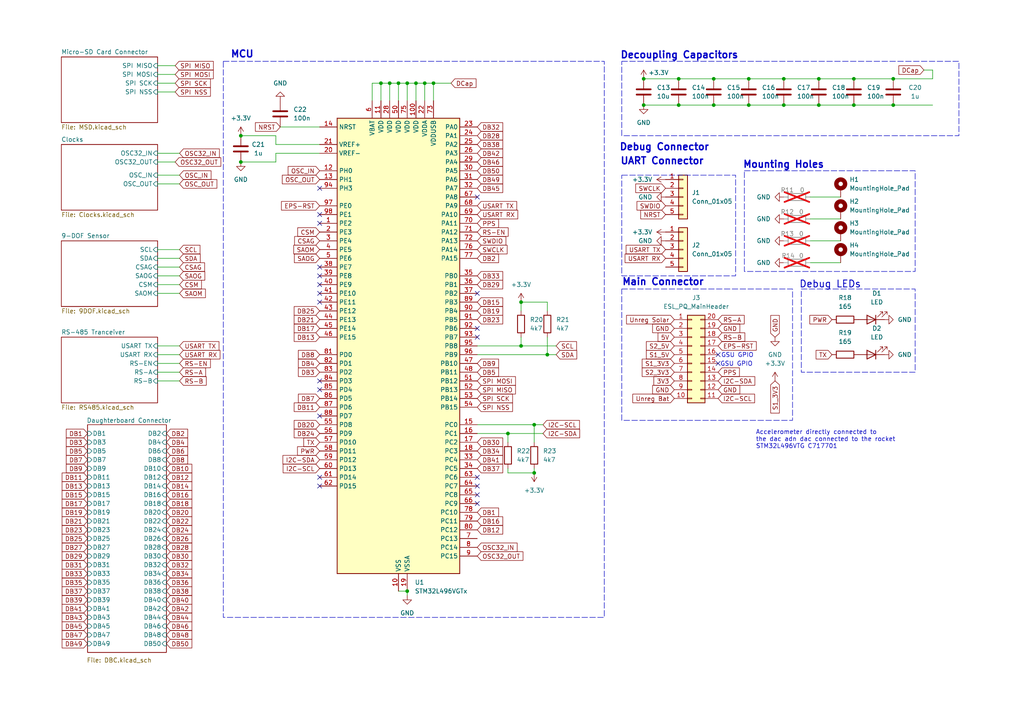
<source format=kicad_sch>
(kicad_sch (version 20231120) (generator "eeschema") (generator_version "8.0")
  (paper "A4")
  (title_block (title "ADCS OBC") (date "2024-05-29") (rev "V10") (comment 1 "22619291") (comment 2 "DP Theron"))
  (junction (at 259.08 22.86))
  (junction (at 196.85 22.86))
  (junction (at 154.94 123.19))
  (junction (at 151.13 100.33))
  (junction (at 196.85 30.48))
  (junction (at 247.65 30.48))
  (junction (at 237.49 22.86))
  (junction (at 115.57 24.13))
  (junction (at 227.33 22.86))
  (junction (at 207.01 30.48))
  (junction (at 207.01 22.86))
  (junction (at 186.69 30.48))
  (junction (at 237.49 30.48))
  (junction (at 147.32 125.73))
  (junction (at 217.17 30.48))
  (junction (at 227.33 30.48))
  (junction (at 259.08 30.48))
  (junction (at 69.85 39.37))
  (junction (at 123.19 24.13))
  (junction (at 158.75 102.87))
  (junction (at 217.17 22.86))
  (junction (at 125.73 24.13))
  (junction (at 154.94 137.16))
  (junction (at 118.11 171.45))
  (junction (at 113.03 24.13))
  (junction (at 120.65 24.13))
  (junction (at 151.13 87.63))
  (junction (at 247.65 22.86))
  (junction (at 69.85 46.99))
  (junction (at 110.49 24.13))
  (junction (at 186.69 22.86))
  (junction (at 118.11 24.13))
  (no_connect (at 138.43 140.97))
  (no_connect (at 92.71 80.01))
  (no_connect (at 138.43 95.25))
  (no_connect (at 138.43 57.15))
  (no_connect (at 138.43 138.43))
  (no_connect (at 92.71 54.61))
  (no_connect (at 92.71 82.55))
  (no_connect (at 92.71 138.43))
  (no_connect (at 92.71 87.63))
  (no_connect (at 138.43 143.51))
  (no_connect (at 92.71 77.47))
  (no_connect (at 92.71 85.09))
  (no_connect (at 92.71 120.65))
  (no_connect (at 92.71 110.49))
  (no_connect (at 208.28 105.41))
  (no_connect (at 138.43 97.79))
  (no_connect (at 92.71 140.97))
  (no_connect (at 92.71 113.03))
  (no_connect (at 92.71 64.77))
  (no_connect (at 208.28 102.87))
  (no_connect (at 92.71 62.23))
  (no_connect (at 138.43 146.05))
  (no_connect (at 138.43 85.09))
  (wire (pts (xy 138.43 125.73) (xy 147.32 125.73)))
  (wire (pts (xy 207.01 30.48) (xy 217.17 30.48)))
  (wire (pts (xy 110.49 24.13) (xy 110.49 29.21)))
  (wire (pts (xy 186.69 22.86) (xy 196.85 22.86)))
  (wire (pts (xy 151.13 87.63) (xy 151.13 90.17)))
  (wire (pts (xy 115.57 24.13) (xy 115.57 29.21)))
  (wire (pts (xy 80.01 41.91) (xy 80.01 39.37)))
  (wire (pts (xy 45.72 85.09) (xy 52.07 85.09)))
  (wire (pts (xy 234.95 69.85) (xy 243.84 69.85)))
  (wire (pts (xy 120.65 24.13) (xy 123.19 24.13)))
  (wire (pts (xy 45.72 102.87) (xy 52.07 102.87)))
  (wire (pts (xy 234.95 57.15) (xy 243.84 57.15)))
  (wire (pts (xy 123.19 24.13) (xy 125.73 24.13)))
  (wire (pts (xy 138.43 102.87) (xy 158.75 102.87)))
  (wire (pts (xy 110.49 24.13) (xy 107.95 24.13)))
  (wire (pts (xy 45.72 46.99) (xy 50.8 46.99)))
  (wire (pts (xy 237.49 30.48) (xy 247.65 30.48)))
  (wire (pts (xy 69.85 46.99) (xy 80.01 46.99)))
  (wire (pts (xy 151.13 100.33) (xy 161.29 100.33)))
  (wire (pts (xy 120.65 24.13) (xy 118.11 24.13)))
  (wire (pts (xy 120.65 24.13) (xy 120.65 29.21)))
  (wire (pts (xy 157.48 123.19) (xy 154.94 123.19)))
  (wire (pts (xy 45.72 100.33) (xy 52.07 100.33)))
  (wire (pts (xy 227.33 30.48) (xy 237.49 30.48)))
  (wire (pts (xy 259.08 30.48) (xy 270.51 30.48)))
  (wire (pts (xy 80.01 46.99) (xy 80.01 44.45)))
  (wire (pts (xy 158.75 87.63) (xy 158.75 90.17)))
  (wire (pts (xy 161.29 102.87) (xy 158.75 102.87)))
  (wire (pts (xy 80.01 39.37) (xy 69.85 39.37)))
  (wire (pts (xy 45.72 24.13) (xy 50.8 24.13)))
  (wire (pts (xy 217.17 30.48) (xy 227.33 30.48)))
  (wire (pts (xy 45.72 105.41) (xy 52.07 105.41)))
  (wire (pts (xy 154.94 137.16) (xy 154.94 135.89)))
  (wire (pts (xy 45.72 80.01) (xy 52.07 80.01)))
  (wire (pts (xy 217.17 22.86) (xy 227.33 22.86)))
  (wire (pts (xy 45.72 50.8) (xy 52.07 50.8)))
  (wire (pts (xy 118.11 171.45) (xy 118.11 172.72)))
  (wire (pts (xy 234.95 76.2) (xy 243.84 76.2)))
  (wire (pts (xy 154.94 123.19) (xy 154.94 128.27)))
  (wire (pts (xy 45.72 74.93) (xy 52.07 74.93)))
  (wire (pts (xy 80.01 44.45) (xy 92.71 44.45)))
  (wire (pts (xy 107.95 24.13) (xy 107.95 29.21)))
  (wire (pts (xy 45.72 82.55) (xy 52.07 82.55)))
  (wire (pts (xy 125.73 24.13) (xy 130.81 24.13)))
  (wire (pts (xy 147.32 125.73) (xy 157.48 125.73)))
  (wire (pts (xy 45.72 44.45) (xy 52.07 44.45)))
  (wire (pts (xy 115.57 171.45) (xy 118.11 171.45)))
  (wire (pts (xy 81.28 36.83) (xy 92.71 36.83)))
  (wire (pts (xy 247.65 22.86) (xy 259.08 22.86)))
  (wire (pts (xy 45.72 72.39) (xy 52.07 72.39)))
  (wire (pts (xy 45.72 107.95) (xy 52.07 107.95)))
  (wire (pts (xy 110.49 24.13) (xy 113.03 24.13)))
  (wire (pts (xy 158.75 97.79) (xy 158.75 102.87)))
  (wire (pts (xy 270.51 20.32) (xy 267.97 20.32)))
  (wire (pts (xy 151.13 87.63) (xy 158.75 87.63)))
  (wire (pts (xy 247.65 30.48) (xy 259.08 30.48)))
  (wire (pts (xy 147.32 128.27) (xy 147.32 125.73)))
  (wire (pts (xy 270.51 20.32) (xy 270.51 22.86)))
  (wire (pts (xy 227.33 22.86) (xy 237.49 22.86)))
  (wire (pts (xy 45.72 77.47) (xy 52.07 77.47)))
  (wire (pts (xy 45.72 110.49) (xy 52.07 110.49)))
  (wire (pts (xy 92.71 41.91) (xy 80.01 41.91)))
  (wire (pts (xy 147.32 137.16) (xy 154.94 137.16)))
  (wire (pts (xy 147.32 135.89) (xy 147.32 137.16)))
  (wire (pts (xy 196.85 30.48) (xy 207.01 30.48)))
  (wire (pts (xy 207.01 22.86) (xy 217.17 22.86)))
  (wire (pts (xy 234.95 63.5) (xy 243.84 63.5)))
  (wire (pts (xy 138.43 100.33) (xy 151.13 100.33)))
  (wire (pts (xy 125.73 24.13) (xy 125.73 29.21)))
  (wire (pts (xy 45.72 26.67) (xy 50.8 26.67)))
  (wire (pts (xy 237.49 22.86) (xy 247.65 22.86)))
  (wire (pts (xy 138.43 123.19) (xy 154.94 123.19)))
  (wire (pts (xy 45.72 53.34) (xy 52.07 53.34)))
  (wire (pts (xy 118.11 24.13) (xy 118.11 29.21)))
  (wire (pts (xy 123.19 29.21) (xy 123.19 24.13)))
  (wire (pts (xy 151.13 97.79) (xy 151.13 100.33)))
  (wire (pts (xy 45.72 21.59) (xy 50.8 21.59)))
  (wire (pts (xy 113.03 24.13) (xy 115.57 24.13)))
  (wire (pts (xy 196.85 22.86) (xy 207.01 22.86)))
  (wire (pts (xy 113.03 24.13) (xy 113.03 29.21)))
  (wire (pts (xy 259.08 22.86) (xy 270.51 22.86)))
  (wire (pts (xy 118.11 24.13) (xy 115.57 24.13)))
  (wire (pts (xy 186.69 30.48) (xy 196.85 30.48)))
  (wire (pts (xy 45.72 19.05) (xy 50.8 19.05)))
  (rectangle (start 215.9 49.53) (end 265.43 78.74) (stroke (width 0) (type dash)))
  (rectangle (start 180.34 83.82) (end 229.87 121.92) (stroke (width 0) (type dash)))
  (rectangle (start 180.34 50.8) (end 213.36 80.01) (stroke (width 0) (type dash)))
  (rectangle (start 64.77 17.78) (end 175.26 179.07) (stroke (width 0) (type dash)))
  (rectangle (start 180.34 17.78) (end 278.13 39.37) (stroke (width 0) (type dash)))
  (rectangle (start 232.41 83.82) (end 265.43 107.95) (stroke (width 0) (type dash)))
  (text "GSU GPIO" (at 213.614 105.664 0) (effects (font (size 1.27 1.27))))
  (text "UART Connector" (at 179.832 48.006 0) (effects (font (size 2 2) (thickness 0.4) (bold yes)) (justify left bottom)))
  (text "Debug LEDs" (at 240.792 82.55 0) (effects (font (size 2 2) (thickness 0.254) (bold yes))))
  (text "Decoupling Capacitors" (at 179.832 17.272 0) (effects (font (size 2 2) (bold yes)) (justify left bottom)))
  (text "Mounting Holes" (at 215.392 49.022 0) (effects (font (size 2 2) (thickness 0.4) (bold yes)) (justify left bottom)))
  (text "Debug Connector" (at 179.578 43.942 0) (effects (font (size 2 2) (thickness 0.4) (bold yes)) (justify left bottom)))
  (text "Accelerometer directly connected to \nthe dac adn dac connected to the rocket\nSTM32L496VTG C717701" (at 219.202 127.508 0) (effects (font (size 1.27 1.27)) (justify left)))
  (text "Main Connector" (at 180.34 83.058 0) (effects (font (size 2 2) (thickness 0.4) (bold yes)) (justify left bottom)))
  (text "GSU GPIO" (at 213.868 103.124 0) (effects (font (size 1.27 1.27))))
  (text "MCU" (at 66.802 17.018 0) (effects (font (size 2 2) (bold yes)) (justify left bottom)))
  (global_label "DB4" (shape input) (at 92.71 105.41 180) (property "Intersheetrefs" "${INTERSHEET_REFS}" (effects (hide yes))))
  (global_label "DB49" (shape input) (at 138.43 52.07 0) (property "Intersheetrefs" "${INTERSHEET_REFS}" (effects (hide yes))))
  (global_label "USART RX" (shape input) (at 52.07 102.87 0) (property "Intersheetrefs" "${INTERSHEET_REFS}" (effects (hide yes))))
  (global_label "DB17" (shape input) (at 25.4 146.05 180) (property "Intersheetrefs" "${INTERSHEET_REFS}" (effects (hide yes))))
  (global_label "DB17" (shape input) (at 92.71 95.25 180) (property "Intersheetrefs" "${INTERSHEET_REFS}" (effects (hide yes))))
  (global_label "OSC32_OUT" (shape input) (at 50.8 46.99 0) (property "Intersheetrefs" "${INTERSHEET_REFS}" (effects (hide yes))))
  (global_label "DB40" (shape input) (at 48.26 173.99 0) (property "Intersheetrefs" "${INTERSHEET_REFS}" (effects (hide yes))))
  (global_label "SWDIO" (shape input) (at 193.04 59.69 180) (property "Intersheetrefs" "${INTERSHEET_REFS}" (effects (hide yes))))
  (global_label "RS-B" (shape input) (at 52.07 110.49 0) (property "Intersheetrefs" "${INTERSHEET_REFS}" (effects (hide yes))))
  (global_label "SPI NSS" (shape input) (at 138.43 118.11 0) (property "Intersheetrefs" "${INTERSHEET_REFS}" (effects (hide yes))))
  (global_label "RS-A" (shape input) (at 52.07 107.95 0) (property "Intersheetrefs" "${INTERSHEET_REFS}" (effects (hide yes))))
  (global_label "DB12" (shape input) (at 48.26 138.43 0) (property "Intersheetrefs" "${INTERSHEET_REFS}" (effects (hide yes))))
  (global_label "PPS" (shape input) (at 138.43 64.77 0) (property "Intersheetrefs" "${INTERSHEET_REFS}" (effects (hide yes))))
  (global_label "I2C-SDA" (shape input) (at 92.71 133.35 180) (property "Intersheetrefs" "${INTERSHEET_REFS}" (effects (hide yes))))
  (global_label "SPI MISO" (shape input) (at 138.43 113.03 0) (property "Intersheetrefs" "${INTERSHEET_REFS}" (effects (hide yes))))
  (global_label "SPI MOSI" (shape input) (at 50.8 21.59 0) (property "Intersheetrefs" "${INTERSHEET_REFS}" (effects (hide yes))))
  (global_label "DB46" (shape input) (at 138.43 46.99 0) (property "Intersheetrefs" "${INTERSHEET_REFS}" (effects (hide yes))))
  (global_label "S1_5V" (shape input) (at 195.58 102.87 180) (property "Intersheetrefs" "${INTERSHEET_REFS}" (effects (hide yes))))
  (global_label "GND" (shape input) (at 208.28 113.03 0) (property "Intersheetrefs" "${INTERSHEET_REFS}" (effects (hide yes))))
  (global_label "DB29" (shape input) (at 25.4 161.29 180) (property "Intersheetrefs" "${INTERSHEET_REFS}" (effects (hide yes))))
  (global_label "USART TX" (shape input) (at 193.04 72.39 180) (property "Intersheetrefs" "${INTERSHEET_REFS}" (effects (hide yes))))
  (global_label "SPI NSS" (shape input) (at 50.8 26.67 0) (property "Intersheetrefs" "${INTERSHEET_REFS}" (effects (hide yes))))
  (global_label "SPI MOSI" (shape input) (at 138.43 110.49 0) (property "Intersheetrefs" "${INTERSHEET_REFS}" (effects (hide yes))))
  (global_label "SDA" (shape input) (at 161.29 102.87 0) (property "Intersheetrefs" "${INTERSHEET_REFS}" (effects (hide yes))))
  (global_label "DB35" (shape input) (at 25.4 168.91 180) (property "Intersheetrefs" "${INTERSHEET_REFS}" (effects (hide yes))))
  (global_label "DB15" (shape input) (at 138.43 87.63 0) (property "Intersheetrefs" "${INTERSHEET_REFS}" (effects (hide yes))))
  (global_label "CSM" (shape input) (at 52.07 82.55 0) (property "Intersheetrefs" "${INTERSHEET_REFS}" (effects (hide yes))))
  (global_label "DB12" (shape input) (at 138.43 153.67 0) (property "Intersheetrefs" "${INTERSHEET_REFS}" (effects (hide yes))))
  (global_label "S2_3V3" (shape input) (at 195.58 107.95 180) (property "Intersheetrefs" "${INTERSHEET_REFS}" (effects (hide yes))))
  (global_label "SPI MISO" (shape input) (at 50.8 19.05 0) (property "Intersheetrefs" "${INTERSHEET_REFS}" (effects (hide yes))))
  (global_label "DB32" (shape input) (at 48.26 163.83 0) (property "Intersheetrefs" "${INTERSHEET_REFS}" (effects (hide yes))))
  (global_label "DB24" (shape input) (at 92.71 125.73 180) (property "Intersheetrefs" "${INTERSHEET_REFS}" (effects (hide yes))))
  (global_label "DB11" (shape input) (at 25.4 138.43 180) (property "Intersheetrefs" "${INTERSHEET_REFS}" (effects (hide yes))))
  (global_label "DB25" (shape input) (at 25.4 156.21 180) (property "Intersheetrefs" "${INTERSHEET_REFS}" (effects (hide yes))))
  (global_label "DB18" (shape input) (at 48.26 146.05 0) (property "Intersheetrefs" "${INTERSHEET_REFS}" (effects (hide yes))))
  (global_label "I2C-SCL" (shape input) (at 208.28 115.57 0) (property "Intersheetrefs" "${INTERSHEET_REFS}" (effects (hide yes))))
  (global_label "SDA" (shape input) (at 52.07 74.93 0) (property "Intersheetrefs" "${INTERSHEET_REFS}" (effects (hide yes))))
  (global_label "TX" (shape input) (at 92.71 128.27 180) (property "Intersheetrefs" "${INTERSHEET_REFS}" (effects (hide yes))))
  (global_label "SAOG" (shape input) (at 52.07 80.01 0) (property "Intersheetrefs" "${INTERSHEET_REFS}" (effects (hide yes))))
  (global_label "DB42" (shape input) (at 138.43 44.45 0) (property "Intersheetrefs" "${INTERSHEET_REFS}" (effects (hide yes))))
  (global_label "RS-B" (shape input) (at 208.28 97.79 0) (property "Intersheetrefs" "${INTERSHEET_REFS}" (effects (hide yes))))
  (global_label "DB7" (shape input) (at 25.4 133.35 180) (property "Intersheetrefs" "${INTERSHEET_REFS}" (effects (hide yes))))
  (global_label "RS-A" (shape input) (at 208.28 92.71 0) (property "Intersheetrefs" "${INTERSHEET_REFS}" (effects (hide yes))))
  (global_label "NRST" (shape input) (at 193.04 62.23 180) (property "Intersheetrefs" "${INTERSHEET_REFS}" (effects (hide yes))))
  (global_label "SCL" (shape input) (at 161.29 100.33 0) (property "Intersheetrefs" "${INTERSHEET_REFS}" (effects (hide yes))))
  (global_label "RS-EN" (shape input) (at 138.43 67.31 0) (property "Intersheetrefs" "${INTERSHEET_REFS}" (effects (hide yes))))
  (global_label "DB30" (shape input) (at 138.43 128.27 0) (property "Intersheetrefs" "${INTERSHEET_REFS}" (effects (hide yes))))
  (global_label "DB19" (shape input) (at 138.43 90.17 0) (property "Intersheetrefs" "${INTERSHEET_REFS}" (effects (hide yes))))
  (global_label "SAOM" (shape input) (at 52.07 85.09 0) (property "Intersheetrefs" "${INTERSHEET_REFS}" (effects (hide yes))))
  (global_label "DB49" (shape input) (at 25.4 186.69 180) (property "Intersheetrefs" "${INTERSHEET_REFS}" (effects (hide yes))))
  (global_label "DB19" (shape input) (at 25.4 148.59 180) (property "Intersheetrefs" "${INTERSHEET_REFS}" (effects (hide yes))))
  (global_label "DB24" (shape input) (at 48.26 153.67 0) (property "Intersheetrefs" "${INTERSHEET_REFS}" (effects (hide yes))))
  (global_label "DB41" (shape input) (at 25.4 176.53 180) (property "Intersheetrefs" "${INTERSHEET_REFS}" (effects (hide yes))))
  (global_label "DB28" (shape input) (at 48.26 158.75 0) (property "Intersheetrefs" "${INTERSHEET_REFS}" (effects (hide yes))))
  (global_label "GND" (shape input) (at 208.28 95.25 0) (property "Intersheetrefs" "${INTERSHEET_REFS}" (effects (hide yes))))
  (global_label "RS-EN" (shape input) (at 52.07 105.41 0) (property "Intersheetrefs" "${INTERSHEET_REFS}" (effects (hide yes))))
  (global_label "DB3" (shape input) (at 25.4 128.27 180) (property "Intersheetrefs" "${INTERSHEET_REFS}" (effects (hide yes))))
  (global_label "3V3" (shape input) (at 195.58 110.49 180) (property "Intersheetrefs" "${INTERSHEET_REFS}" (effects (hide yes))))
  (global_label "DB21" (shape input) (at 25.4 151.13 180) (property "Intersheetrefs" "${INTERSHEET_REFS}" (effects (hide yes))))
  (global_label "DB2" (shape input) (at 48.26 125.73 0) (property "Intersheetrefs" "${INTERSHEET_REFS}" (effects (hide yes))))
  (global_label "I2C-SCL" (shape input) (at 157.48 123.19 0) (property "Intersheetrefs" "${INTERSHEET_REFS}" (effects (hide yes))))
  (global_label "PPS" (shape input) (at 208.28 107.95 0) (property "Intersheetrefs" "${INTERSHEET_REFS}" (effects (hide yes))))
  (global_label "I2C-SDA" (shape input) (at 208.28 110.49 0) (property "Intersheetrefs" "${INTERSHEET_REFS}" (effects (hide yes))))
  (global_label "CSAG" (shape input) (at 92.71 69.85 180) (property "Intersheetrefs" "${INTERSHEET_REFS}" (effects (hide yes))))
  (global_label "DB16" (shape input) (at 138.43 151.13 0) (property "Intersheetrefs" "${INTERSHEET_REFS}" (effects (hide yes))))
  (global_label "DB27" (shape input) (at 25.4 158.75 180) (property "Intersheetrefs" "${INTERSHEET_REFS}" (effects (hide yes))))
  (global_label "DB4" (shape input) (at 48.26 128.27 0) (property "Intersheetrefs" "${INTERSHEET_REFS}" (effects (hide yes))))
  (global_label "OSC_IN" (shape input) (at 52.07 50.8 0) (property "Intersheetrefs" "${INTERSHEET_REFS}" (effects (hide yes))))
  (global_label "PWR" (shape input) (at 241.3 92.71 180) (property "Intersheetrefs" "${INTERSHEET_REFS}" (effects (hide yes))))
  (global_label "NRST" (shape input) (at 81.28 36.83 180) (property "Intersheetrefs" "${INTERSHEET_REFS}" (effects (hide yes))))
  (global_label "CSM" (shape input) (at 92.71 67.31 180) (property "Intersheetrefs" "${INTERSHEET_REFS}" (effects (hide yes))))
  (global_label "DB39" (shape input) (at 25.4 173.99 180) (property "Intersheetrefs" "${INTERSHEET_REFS}" (effects (hide yes))))
  (global_label "SWDIO" (shape input) (at 138.43 69.85 0) (property "Intersheetrefs" "${INTERSHEET_REFS}" (effects (hide yes))))
  (global_label "DB8" (shape input) (at 48.26 133.35 0) (property "Intersheetrefs" "${INTERSHEET_REFS}" (effects (hide yes))))
  (global_label "DB30" (shape input) (at 48.26 161.29 0) (property "Intersheetrefs" "${INTERSHEET_REFS}" (effects (hide yes))))
  (global_label "I2C-SCL" (shape input) (at 92.71 135.89 180) (property "Intersheetrefs" "${INTERSHEET_REFS}" (effects (hide yes))))
  (global_label "SWCLK" (shape input) (at 193.04 54.61 180) (property "Intersheetrefs" "${INTERSHEET_REFS}" (effects (hide yes))))
  (global_label "OSC32_IN" (shape input) (at 52.07 44.45 0) (property "Intersheetrefs" "${INTERSHEET_REFS}" (effects (hide yes))))
  (global_label "DB3" (shape input) (at 92.71 107.95 180) (property "Intersheetrefs" "${INTERSHEET_REFS}" (effects (hide yes))))
  (global_label "DB22" (shape input) (at 48.26 151.13 0) (property "Intersheetrefs" "${INTERSHEET_REFS}" (effects (hide yes))))
  (global_label "DB15" (shape input) (at 25.4 143.51 180) (property "Intersheetrefs" "${INTERSHEET_REFS}" (effects (hide yes))))
  (global_label "TX" (shape input) (at 241.3 102.87 180) (property "Intersheetrefs" "${INTERSHEET_REFS}" (effects (hide yes))))
  (global_label "S1_3V3" (shape input) (at 224.79 110.49 270) (property "Intersheetrefs" "${INTERSHEET_REFS}" (effects (hide yes))))
  (global_label "SAOG" (shape input) (at 92.71 74.93 180) (property "Intersheetrefs" "${INTERSHEET_REFS}" (effects (hide yes))))
  (global_label "DB26" (shape input) (at 48.26 156.21 0) (property "Intersheetrefs" "${INTERSHEET_REFS}" (effects (hide yes))))
  (global_label "DB25" (shape input) (at 92.71 90.17 180) (property "Intersheetrefs" "${INTERSHEET_REFS}" (effects (hide yes))))
  (global_label "OSC32_OUT" (shape input) (at 138.43 161.29 0) (property "Intersheetrefs" "${INTERSHEET_REFS}" (effects (hide yes))))
  (global_label "DB44" (shape input) (at 48.26 179.07 0) (property "Intersheetrefs" "${INTERSHEET_REFS}" (effects (hide yes))))
  (global_label "DB31" (shape input) (at 25.4 163.83 180) (property "Intersheetrefs" "${INTERSHEET_REFS}" (effects (hide yes))))
  (global_label "SPI SCK" (shape input) (at 138.43 115.57 0) (property "Intersheetrefs" "${INTERSHEET_REFS}" (effects (hide yes))))
  (global_label "DB5" (shape input) (at 25.4 130.81 180) (property "Intersheetrefs" "${INTERSHEET_REFS}" (effects (hide yes))))
  (global_label "DB29" (shape input) (at 138.43 82.55 0) (property "Intersheetrefs" "${INTERSHEET_REFS}" (effects (hide yes))))
  (global_label "USART TX" (shape input) (at 138.43 59.69 0) (property "Intersheetrefs" "${INTERSHEET_REFS}" (effects (hide yes))))
  (global_label "GND" (shape input) (at 195.58 95.25 180) (property "Intersheetrefs" "${INTERSHEET_REFS}" (effects (hide yes))))
  (global_label "OSC_OUT" (shape input) (at 92.71 52.07 180) (property "Intersheetrefs" "${INTERSHEET_REFS}" (effects (hide yes))))
  (global_label "DCap" (shape input) (at 267.97 20.32 180) (property "Intersheetrefs" "${INTERSHEET_REFS}" (effects (hide yes))))
  (global_label "GND" (shape input) (at 195.58 113.03 180) (property "Intersheetrefs" "${INTERSHEET_REFS}" (effects (hide yes))))
  (global_label "CSAG" (shape input) (at 52.07 77.47 0) (property "Intersheetrefs" "${INTERSHEET_REFS}" (effects (hide yes))))
  (global_label "DB38" (shape input) (at 48.26 171.45 0) (property "Intersheetrefs" "${INTERSHEET_REFS}" (effects (hide yes))))
  (global_label "DB37" (shape input) (at 25.4 171.45 180) (property "Intersheetrefs" "${INTERSHEET_REFS}" (effects (hide yes))))
  (global_label "DB41" (shape input) (at 138.43 133.35 0) (property "Intersheetrefs" "${INTERSHEET_REFS}" (effects (hide yes))))
  (global_label "DB46" (shape input) (at 48.26 181.61 0) (property "Intersheetrefs" "${INTERSHEET_REFS}" (effects (hide yes))))
  (global_label "DB33" (shape input) (at 25.4 166.37 180) (property "Intersheetrefs" "${INTERSHEET_REFS}" (effects (hide yes))))
  (global_label "DB32" (shape input) (at 138.43 36.83 0) (property "Intersheetrefs" "${INTERSHEET_REFS}" (effects (hide yes))))
  (global_label "SWCLK" (shape input) (at 138.43 72.39 0) (property "Intersheetrefs" "${INTERSHEET_REFS}" (effects (hide yes))))
  (global_label "DB34" (shape input) (at 48.26 166.37 0) (property "Intersheetrefs" "${INTERSHEET_REFS}" (effects (hide yes))))
  (global_label "DB20" (shape input) (at 92.71 123.19 180) (property "Intersheetrefs" "${INTERSHEET_REFS}" (effects (hide yes))))
  (global_label "DB11" (shape input) (at 92.71 118.11 180) (property "Intersheetrefs" "${INTERSHEET_REFS}" (effects (hide yes))))
  (global_label "OSC32_IN" (shape input) (at 138.43 158.75 0) (property "Intersheetrefs" "${INTERSHEET_REFS}" (effects (hide yes))))
  (global_label "SCL" (shape input) (at 52.07 72.39 0) (property "Intersheetrefs" "${INTERSHEET_REFS}" (effects (hide yes))))
  (global_label "DB43" (shape input) (at 25.4 179.07 180) (property "Intersheetrefs" "${INTERSHEET_REFS}" (effects (hide yes))))
  (global_label "DB14" (shape input) (at 48.26 140.97 0) (property "Intersheetrefs" "${INTERSHEET_REFS}" (effects (hide yes))))
  (global_label "DB6" (shape input) (at 48.26 130.81 0) (property "Intersheetrefs" "${INTERSHEET_REFS}" (effects (hide yes))))
  (global_label "DB36" (shape input) (at 48.26 168.91 0) (property "Intersheetrefs" "${INTERSHEET_REFS}" (effects (hide yes))))
  (global_label "DB9" (shape input) (at 138.43 105.41 0) (property "Intersheetrefs" "${INTERSHEET_REFS}" (effects (hide yes))))
  (global_label "Unreg Solar" (shape input) (at 195.58 92.71 180) (property "Intersheetrefs" "${INTERSHEET_REFS}" (effects (hide yes))))
  (global_label "DB20" (shape input) (at 48.26 148.59 0) (property "Intersheetrefs" "${INTERSHEET_REFS}" (effects (hide yes))))
  (global_label "EPS-RST" (shape input) (at 208.28 100.33 0) (property "Intersheetrefs" "${INTERSHEET_REFS}" (effects (hide yes))))
  (global_label "DB45" (shape input) (at 138.43 54.61 0) (property "Intersheetrefs" "${INTERSHEET_REFS}" (effects (hide yes))))
  (global_label "Unreg Bat" (shape input) (at 195.58 115.57 180) (property "Intersheetrefs" "${INTERSHEET_REFS}" (effects (hide yes))))
  (global_label "DB50" (shape input) (at 138.43 49.53 0) (property "Intersheetrefs" "${INTERSHEET_REFS}" (effects (hide yes))))
  (global_label "DB23" (shape input) (at 138.43 92.71 0) (property "Intersheetrefs" "${INTERSHEET_REFS}" (effects (hide yes))))
  (global_label "SAOM" (shape input) (at 92.71 72.39 180) (property "Intersheetrefs" "${INTERSHEET_REFS}" (effects (hide yes))))
  (global_label "DB5" (shape input) (at 138.43 107.95 0) (property "Intersheetrefs" "${INTERSHEET_REFS}" (effects (hide yes))))
  (global_label "DB1" (shape input) (at 25.4 125.73 180) (property "Intersheetrefs" "${INTERSHEET_REFS}" (effects (hide yes))))
  (global_label "DB9" (shape input) (at 25.4 135.89 180) (property "Intersheetrefs" "${INTERSHEET_REFS}" (effects (hide yes))))
  (global_label "DB48" (shape input) (at 48.26 184.15 0) (property "Intersheetrefs" "${INTERSHEET_REFS}" (effects (hide yes))))
  (global_label "DB21" (shape input) (at 92.71 92.71 180) (property "Intersheetrefs" "${INTERSHEET_REFS}" (effects (hide yes))))
  (global_label "5V" (shape input) (at 195.58 97.79 180) (property "Intersheetrefs" "${INTERSHEET_REFS}" (effects (hide yes))))
  (global_label "DB33" (shape input) (at 138.43 80.01 0) (property "Intersheetrefs" "${INTERSHEET_REFS}" (effects (hide yes))))
  (global_label "DB13" (shape input) (at 92.71 97.79 180) (property "Intersheetrefs" "${INTERSHEET_REFS}" (effects (hide yes))))
  (global_label "DB38" (shape input) (at 138.43 41.91 0) (property "Intersheetrefs" "${INTERSHEET_REFS}" (effects (hide yes))))
  (global_label "SPI SCK" (shape input) (at 50.8 24.13 0) (property "Intersheetrefs" "${INTERSHEET_REFS}" (effects (hide yes))))
  (global_label "DB23" (shape input) (at 25.4 153.67 180) (property "Intersheetrefs" "${INTERSHEET_REFS}" (effects (hide yes))))
  (global_label "USART RX" (shape input) (at 193.04 74.93 180) (property "Intersheetrefs" "${INTERSHEET_REFS}" (effects (hide yes))))
  (global_label "DB28" (shape input) (at 138.43 39.37 0) (property "Intersheetrefs" "${INTERSHEET_REFS}" (effects (hide yes))))
  (global_label "DB34" (shape input) (at 138.43 130.81 0) (property "Intersheetrefs" "${INTERSHEET_REFS}" (effects (hide yes))))
  (global_label "DB10" (shape input) (at 48.26 135.89 0) (property "Intersheetrefs" "${INTERSHEET_REFS}" (effects (hide yes))))
  (global_label "DB2" (shape input) (at 138.43 74.93 0) (property "Intersheetrefs" "${INTERSHEET_REFS}" (effects (hide yes))))
  (global_label "USART TX" (shape input) (at 52.07 100.33 0) (property "Intersheetrefs" "${INTERSHEET_REFS}" (effects (hide yes))))
  (global_label "DB7" (shape input) (at 92.71 115.57 180) (property "Intersheetrefs" "${INTERSHEET_REFS}" (effects (hide yes))))
  (global_label "EPS-RST" (shape input) (at 92.71 59.69 180) (property "Intersheetrefs" "${INTERSHEET_REFS}" (effects (hide yes))))
  (global_label "OSC_IN" (shape input) (at 92.71 49.53 180) (property "Intersheetrefs" "${INTERSHEET_REFS}" (effects (hide yes))))
  (global_label "DB50" (shape input) (at 48.26 186.69 0) (property "Intersheetrefs" "${INTERSHEET_REFS}" (effects (hide yes))))
  (global_label "PWR" (shape input) (at 92.71 130.81 180) (property "Intersheetrefs" "${INTERSHEET_REFS}" (effects (hide yes))))
  (global_label "DB42" (shape input) (at 48.26 176.53 0) (property "Intersheetrefs" "${INTERSHEET_REFS}" (effects (hide yes))))
  (global_label "S2_5V" (shape input) (at 195.58 100.33 180) (property "Intersheetrefs" "${INTERSHEET_REFS}" (effects (hide yes))))
  (global_label "S1_3V3" (shape input) (at 195.58 105.41 180) (property "Intersheetrefs" "${INTERSHEET_REFS}" (effects (hide yes))))
  (global_label "USART RX" (shape input) (at 138.43 62.23 0) (property "Intersheetrefs" "${INTERSHEET_REFS}" (effects (hide yes))))
  (global_label "OSC_OUT" (shape input) (at 52.07 53.34 0) (property "Intersheetrefs" "${INTERSHEET_REFS}" (effects (hide yes))))
  (global_label "DCap" (shape input) (at 130.81 24.13 0) (property "Intersheetrefs" "${INTERSHEET_REFS}" (effects (hide yes))))
  (global_label "GND" (shape input) (at 224.79 97.79 90) (property "Intersheetrefs" "${INTERSHEET_REFS}" (effects (hide yes))))
  (global_label "DB37" (shape input) (at 138.43 135.89 0) (property "Intersheetrefs" "${INTERSHEET_REFS}" (effects (hide yes))))
  (global_label "DB1" (shape input) (at 138.43 148.59 0) (property "Intersheetrefs" "${INTERSHEET_REFS}" (effects (hide yes))))
  (global_label "DB16" (shape input) (at 48.26 143.51 0) (property "Intersheetrefs" "${INTERSHEET_REFS}" (effects (hide yes))))
  (global_label "DB8" (shape input) (at 92.71 102.87 180) (property "Intersheetrefs" "${INTERSHEET_REFS}" (effects (hide yes))))
  (global_label "DB47" (shape input) (at 25.4 184.15 180) (property "Intersheetrefs" "${INTERSHEET_REFS}" (effects (hide yes))))
  (global_label "I2C-SDA" (shape input) (at 157.48 125.73 0) (property "Intersheetrefs" "${INTERSHEET_REFS}" (effects (hide yes))))
  (global_label "DB45" (shape input) (at 25.4 181.61 180) (property "Intersheetrefs" "${INTERSHEET_REFS}" (effects (hide yes))))
  (global_label "DB13" (shape input) (at 25.4 140.97 180) (property "Intersheetrefs" "${INTERSHEET_REFS}" (effects (hide yes))))
  (symbol (lib_id "Device:LED") (at 252.73 92.71 180) (unit 1)
    (property "Reference" "D1" (at 254.3175 85.09 0))
    (property "Value" "LED" (at 254.3175 87.63 0))
    (property "Footprint" "LED_SMD:LED_0603_1608Metric" (effects (hide yes)))
    (property "Description" "Light emitting diode" (effects (hide yes)))
    (property "JLCPCB #" "C138543" (effects (hide yes)))
  )
  (symbol (lib_id "Device:R") (at 231.14 69.85 90) (unit 1) (dnp yes)
    (property "Reference" "R13" (at 228.346 67.818 90))
    (property "Value" "0" (at 232.41 67.818 90))
    (property "Footprint" "Skripsie:R_0201_0603Metric" (effects (hide yes)))
    (property "Description" "Resistor" (effects (hide yes)))
  )
  (symbol (lib_id "power:GND") (at 193.04 69.85 270) (unit 1)
    (property "Reference" "#PWR030" (effects (hide yes)))
    (property "Value" "GND" (at 189.23 69.85 90) (effects (justify right)))
  )
  (symbol (lib_id "Mechanical:MountingHole_Pad") (at 243.84 60.96 0) (unit 1) (exclude_from_sim yes) (in_bom no)
    (property "Reference" "H2" (at 246.38 58.4199 0) (effects (justify left)))
    (property "Value" "MountingHole_Pad" (at 246.38 60.9599 0) (effects (justify left)))
    (property "Footprint" "MountingHole:MountingHole_3mm_Pad" (effects (hide yes)))
    (property "Description" "Mounting Hole with connection" (effects (hide yes)))
  )
  (symbol (lib_id "Mechanical:MountingHole_Pad") (at 243.84 73.66 0) (unit 1) (exclude_from_sim yes) (in_bom no)
    (property "Reference" "H4" (at 246.38 71.1199 0) (effects (justify left)))
    (property "Value" "MountingHole_Pad" (at 246.38 73.6599 0) (effects (justify left)))
    (property "Footprint" "MountingHole:MountingHole_3mm_Pad" (effects (hide yes)))
    (property "Description" "Mounting Hole with connection" (effects (hide yes)))
  )
  (symbol (lib_name "+3.3V_1") (lib_id "power:+3.3V") (at 186.69 22.86 0) (unit 1)
    (property "Reference" "#PWR010" (effects (hide yes)))
    (property "Value" "+3.3V" (at 191.008 21.082 0))
    (property "Description" "Power symbol creates a global label with name \"+3.3V\"" (effects (hide yes)))
  )
  (symbol (lib_id "power:+3.3V") (at 193.04 67.31 90) (unit 1)
    (property "Reference" "#PWR027" (effects (hide yes)))
    (property "Value" "+3.3V" (at 189.23 67.31 90) (effects (justify left)))
  )
  (symbol (lib_id "Mechanical:MountingHole_Pad") (at 243.84 54.61 0) (unit 1) (exclude_from_sim yes) (in_bom no)
    (property "Reference" "H1" (at 246.38 52.0699 0) (effects (justify left)))
    (property "Value" "MountingHole_Pad" (at 246.38 54.6099 0) (effects (justify left)))
    (property "Footprint" "MountingHole:MountingHole_3mm_Pad" (effects (hide yes)))
    (property "Description" "Mounting Hole with connection" (effects (hide yes)))
  )
  (symbol (lib_id "Device:C") (at 237.49 26.67 0) (unit 1)
    (property "Reference" "C18" (at 241.3 25.3999 0) (effects (justify left)))
    (property "Value" "100n" (at 241.3 27.9399 0) (effects (justify left)))
    (property "Footprint" "Skripsie:C_0201_0603Metric" (effects (hide yes)))
    (property "JLCPCB #" "C85953" (effects (hide yes)))
  )
  (symbol (lib_id "Device:R") (at 245.11 102.87 270) (unit 1)
    (property "Reference" "R19" (at 245.11 96.52 90))
    (property "Value" "165" (at 245.11 99.06 90))
    (property "Footprint" "Resistor_SMD:R_0603_1608Metric" (effects (hide yes)))
    (property "Description" "Resistor" (effects (hide yes)))
    (property "JLCPCB #" "C226689" (effects (hide yes)))
  )
  (symbol (lib_id "power:GND") (at 193.04 57.15 270) (unit 1)
    (property "Reference" "#PWR036" (effects (hide yes)))
    (property "Value" "GND" (at 189.23 57.15 90) (effects (justify right)))
  )
  (symbol (lib_id "power:GND") (at 227.33 63.5 270) (unit 1)
    (property "Reference" "#PWR013" (effects (hide yes)))
    (property "Value" "GND" (at 223.52 63.4999 90) (effects (justify right)))
    (property "Description" "Power symbol creates a global label with name \"GND\" , ground" (effects (hide yes)))
  )
  (symbol (lib_id "Device:R") (at 245.11 92.71 270) (unit 1)
    (property "Reference" "R18" (at 245.11 86.36 90))
    (property "Value" "165" (at 245.11 88.9 90))
    (property "Footprint" "Resistor_SMD:R_0603_1608Metric" (effects (hide yes)))
    (property "Description" "Resistor" (effects (hide yes)))
    (property "JLCPCB #" "C226689" (effects (hide yes)))
  )
  (symbol (lib_id "Device:C") (at 217.17 26.67 0) (unit 1)
    (property "Reference" "C16" (at 220.98 25.3999 0) (effects (justify left)))
    (property "Value" "100n" (at 220.98 27.9399 0) (effects (justify left)))
    (property "Footprint" "Skripsie:C_0201_0603Metric" (effects (hide yes)))
    (property "JLCPCB #" "C85953" (effects (hide yes)))
  )
  (symbol (lib_id "MCU_ST_STM32L4:STM32L496VGTx") (at 115.57 100.33 0) (unit 1)
    (property "Reference" "U1" (at 120.3041 168.91 0) (effects (justify left)))
    (property "Value" "STM32L496VGTx" (at 120.3041 171.45 0) (effects (justify left)))
    (property "Footprint" "Package_QFP:LQFP-100_14x14mm_P0.5mm" (effects (hide yes)))
    (property "Datasheet" "https://www.st.com/resource/en/datasheet/stm32l496vg.pdf" (effects (hide yes)))
    (property "Description" "STMicroelectronics Arm Cortex-M4 MCU, 1024KB flash, 320KB RAM, 80 MHz, 1.71-3.6V, 83 GPIO, LQFP100" (effects (hide yes)))
    (property "JLCPCB #" "C717701" (effects (hide yes)))
  )
  (symbol (lib_id "power:GND") (at 256.54 92.71 90) (unit 1)
    (property "Reference" "#PWR05" (effects (hide yes)))
    (property "Value" "GND" (at 260.35 92.7099 90) (effects (justify right)))
    (property "Description" "Power symbol creates a global label with name \"GND\" , ground" (effects (hide yes)))
  )
  (symbol (lib_id "ESL_PQ:Conn_02x10_Counter_Clockwise") (at 200.66 102.87 0) (unit 1)
    (property "Reference" "J3" (at 201.93 86.36 0))
    (property "Value" "ESL_PQ_MainHeader" (at 201.93 88.9 0))
    (property "Footprint" "ESL_PQ:ESL_PQ_Main_Header" (effects (hide yes)))
    (property "Description" "Generic connector, double row, 02x10, counter clockwise pin numbering scheme (similar to DIP package numbering), script generated (kicad-library-utils/schlib/autogen/connector/)" (effects (hide yes)))
  )
  (symbol (lib_id "power:+3.3V") (at 193.04 52.07 90) (unit 1)
    (property "Reference" "#PWR035" (effects (hide yes)))
    (property "Value" "+3.3V" (at 189.23 52.07 90) (effects (justify left)))
  )
  (symbol (lib_id "Device:R") (at 154.94 132.08 0) (unit 1)
    (property "Reference" "R23" (at 157.48 130.8099 0) (effects (justify left)))
    (property "Value" "4k7" (at 157.48 133.3499 0) (effects (justify left)))
    (property "Footprint" "Skripsie:R_0201_0603Metric" (effects (hide yes)))
    (property "Description" "Resistor" (effects (hide yes)))
    (property "JLCPCB #" "C25765" (effects (hide yes)))
  )
  (symbol (lib_id "power:GND") (at 227.33 57.15 270) (unit 1)
    (property "Reference" "#PWR012" (effects (hide yes)))
    (property "Value" "GND" (at 223.52 57.1499 90) (effects (justify right)))
    (property "Description" "Power symbol creates a global label with name \"GND\" , ground" (effects (hide yes)))
  )
  (symbol (lib_id "Device:R") (at 231.14 76.2 90) (unit 1) (dnp yes)
    (property "Reference" "R14" (at 228.6 74.168 90))
    (property "Value" "0" (at 232.41 74.168 90))
    (property "Footprint" "Skripsie:R_0201_0603Metric" (effects (hide yes)))
    (property "Description" "Resistor" (effects (hide yes)))
  )
  (symbol (lib_name "+3.3V_5") (lib_id "power:+3.3V") (at 224.79 110.49 0) (unit 1)
    (property "Reference" "#PWR011" (effects (hide yes)))
    (property "Value" "+3.3V" (at 224.79 105.41 0))
    (property "Description" "Power symbol creates a global label with name \"+3.3V\"" (effects (hide yes)))
  )
  (symbol (lib_name "+3.3V_2") (lib_id "power:+3.3V") (at 151.13 87.63 0) (unit 1)
    (property "Reference" "#PWR029" (effects (hide yes)))
    (property "Value" "+3.3V" (at 151.13 82.55 0))
    (property "Description" "Power symbol creates a global label with name \"+3.3V\"" (effects (hide yes)))
  )
  (symbol (lib_id "Device:C") (at 186.69 26.67 0) (unit 1)
    (property "Reference" "C13" (at 190.5 25.3999 0) (effects (justify left)))
    (property "Value" "10u" (at 190.5 27.9399 0) (effects (justify left)))
    (property "Footprint" "Skripsie:C_0201_0603Metric" (effects (hide yes)))
    (property "JLCPCB #" "C668351" (effects (hide yes)))
  )
  (symbol (lib_id "Device:LED") (at 252.73 102.87 180) (unit 1)
    (property "Reference" "D2" (at 254.3175 95.25 0))
    (property "Value" "LED" (at 254.3175 97.79 0))
    (property "Footprint" "LED_SMD:LED_0603_1608Metric" (effects (hide yes)))
    (property "Description" "Light emitting diode" (effects (hide yes)))
    (property "JLCPCB #" "C138543" (effects (hide yes)))
  )
  (symbol (lib_id "power:GND") (at 256.54 102.87 90) (unit 1)
    (property "Reference" "#PWR06" (effects (hide yes)))
    (property "Value" "GND" (at 260.35 102.8699 90) (effects (justify right)))
    (property "Description" "Power symbol creates a global label with name \"GND\" , ground" (effects (hide yes)))
  )
  (symbol (lib_id "Device:C") (at 259.08 26.67 0) (unit 1)
    (property "Reference" "C20" (at 265.43 25.4 0))
    (property "Value" "1u" (at 265.43 27.94 0))
    (property "Footprint" "Skripsie:C_0201_0603Metric" (effects (hide yes)))
    (property "JLCPCB #" "C85953" (effects (hide yes)))
  )
  (symbol (lib_name "+3.3V_3") (lib_id "power:+3.3V") (at 154.94 137.16 180) (unit 1)
    (property "Reference" "#PWR031" (effects (hide yes)))
    (property "Value" "+3.3V" (at 154.94 142.24 0))
    (property "Description" "Power symbol creates a global label with name \"+3.3V\"" (effects (hide yes)))
  )
  (symbol (lib_id "Device:R") (at 231.14 63.5 90) (unit 1) (dnp yes)
    (property "Reference" "R12" (at 228.346 61.468 90))
    (property "Value" "0" (at 232.41 61.468 90))
    (property "Footprint" "Skripsie:R_0201_0603Metric" (effects (hide yes)))
    (property "Description" "Resistor" (effects (hide yes)))
  )
  (symbol (lib_id "Mechanical:MountingHole_Pad") (at 243.84 67.31 0) (unit 1) (exclude_from_sim yes) (in_bom no)
    (property "Reference" "H3" (at 246.38 64.7699 0) (effects (justify left)))
    (property "Value" "MountingHole_Pad" (at 246.38 67.3099 0) (effects (justify left)))
    (property "Footprint" "MountingHole:MountingHole_3mm_Pad" (effects (hide yes)))
    (property "Description" "Mounting Hole with connection" (effects (hide yes)))
  )
  (symbol (lib_id "Device:C") (at 247.65 26.67 0) (unit 1)
    (property "Reference" "C19" (at 251.46 25.3999 0) (effects (justify left)))
    (property "Value" "100n" (at 251.46 27.9399 0) (effects (justify left)))
    (property "Footprint" "Skripsie:C_0201_0603Metric" (effects (hide yes)))
    (property "JLCPCB #" "C85953" (effects (hide yes)))
  )
  (symbol (lib_id "Device:R") (at 151.13 93.98 0) (unit 1)
    (property "Reference" "R20" (at 153.67 92.7099 0) (effects (justify left)))
    (property "Value" "4k7" (at 153.67 95.2499 0) (effects (justify left)))
    (property "Footprint" "Skripsie:R_0201_0603Metric" (effects (hide yes)))
    (property "Description" "Resistor" (effects (hide yes)))
    (property "JLCPCB #" "C25765" (effects (hide yes)))
  )
  (symbol (lib_id "Device:C") (at 81.28 33.02 0) (unit 1)
    (property "Reference" "C22" (at 85.09 31.7499 0) (effects (justify left)))
    (property "Value" "100n" (at 85.09 34.2899 0) (effects (justify left)))
    (property "Footprint" "Skripsie:C_0201_0603Metric" (effects (hide yes)))
    (property "Description" "Unpolarized capacitor" (effects (hide yes)))
    (property "JLCPCB #" "C85953" (effects (hide yes)))
  )
  (symbol (lib_id "power:GND") (at 186.69 30.48 0) (unit 1)
    (property "Reference" "#PWR015" (effects (hide yes)))
    (property "Value" "GND" (at 186.69 35.56 0))
  )
  (symbol (lib_id "Device:R") (at 158.75 93.98 0) (unit 1)
    (property "Reference" "R21" (at 161.29 92.7099 0) (effects (justify left)))
    (property "Value" "4k7" (at 161.29 95.2499 0) (effects (justify left)))
    (property "Footprint" "Skripsie:R_0201_0603Metric" (effects (hide yes)))
    (property "Description" "Resistor" (effects (hide yes)))
    (property "JLCPCB #" "C25765" (effects (hide yes)))
  )
  (symbol (lib_id "Device:C") (at 227.33 26.67 0) (unit 1)
    (property "Reference" "C17" (at 231.14 25.3999 0) (effects (justify left)))
    (property "Value" "100n" (at 231.14 27.9399 0) (effects (justify left)))
    (property "Footprint" "Skripsie:C_0201_0603Metric" (effects (hide yes)))
    (property "JLCPCB #" "C85953" (effects (hide yes)))
  )
  (symbol (lib_name "+3.3V_4") (lib_id "power:+3.3V") (at 69.85 39.37 0) (unit 1)
    (property "Reference" "#PWR020" (effects (hide yes)))
    (property "Value" "+3.3V" (at 69.85 34.29 0))
    (property "Description" "Power symbol creates a global label with name \"+3.3V\"" (effects (hide yes)))
  )
  (symbol (lib_id "Device:R") (at 147.32 132.08 180) (unit 1)
    (property "Reference" "R22" (at 149.86 130.8099 0) (effects (justify right)))
    (property "Value" "4k7" (at 149.86 133.3499 0) (effects (justify right)))
    (property "Footprint" "Skripsie:R_0201_0603Metric" (effects (hide yes)))
    (property "Description" "Resistor" (effects (hide yes)))
    (property "JLCPCB #" "C25765" (effects (hide yes)))
  )
  (symbol (lib_id "Connector_Generic:Conn_01x05") (at 198.12 57.15 0) (unit 1)
    (property "Reference" "J1" (at 200.66 55.8799 0) (effects (justify left)))
    (property "Value" "Conn_01x05" (at 200.66 58.4199 0) (effects (justify left)))
    (property "Footprint" "Skripsie:PinHeader_1x05_P1.27mm_Vertical" (effects (hide yes)))
    (property "Description" "Generic connector, single row, 01x05, script generated (kicad-library-utils/schlib/autogen/connector/)" (effects (hide yes)))
  )
  (symbol (lib_id "power:GND") (at 224.79 97.79 0) (unit 1)
    (property "Reference" "#PWR023" (effects (hide yes)))
    (property "Value" "GND" (at 224.79 102.87 0))
    (property "Description" "Power symbol creates a global label with name \"GND\" , ground" (effects (hide yes)))
  )
  (symbol (lib_id "Device:C") (at 207.01 26.67 0) (unit 1)
    (property "Reference" "C15" (at 210.82 25.3999 0) (effects (justify left)))
    (property "Value" "100n" (at 210.82 27.9399 0) (effects (justify left)))
    (property "Footprint" "Skripsie:C_0201_0603Metric" (effects (hide yes)))
    (property "JLCPCB #" "C85953" (effects (hide yes)))
  )
  (symbol (lib_id "Device:C") (at 196.85 26.67 0) (unit 1)
    (property "Reference" "C14" (at 200.66 25.3999 0) (effects (justify left)))
    (property "Value" "100n" (at 200.66 27.9399 0) (effects (justify left)))
    (property "Footprint" "Skripsie:C_0201_0603Metric" (effects (hide yes)))
    (property "JLCPCB #" "C85953" (effects (hide yes)))
  )
  (symbol (lib_name "GND_1") (lib_id "power:GND") (at 81.28 29.21 180) (unit 1)
    (property "Reference" "#PWR04" (effects (hide yes)))
    (property "Value" "GND" (at 81.28 24.13 0))
    (property "Description" "Power symbol creates a global label with name \"GND\" , ground" (effects (hide yes)))
  )
  (symbol (lib_id "Connector_Generic:Conn_01x05") (at 198.12 72.39 0) (unit 1)
    (property "Reference" "J2" (at 200.66 71.1199 0) (effects (justify left)))
    (property "Value" "Conn_01x05" (at 200.66 73.6599 0) (effects (justify left)))
    (property "Footprint" "Skripsie:PinHeader_1x05_P1.27mm_Vertical" (effects (hide yes)))
    (property "Description" "Generic connector, single row, 01x05, script generated (kicad-library-utils/schlib/autogen/connector/)" (effects (hide yes)))
  )
  (symbol (lib_id "Device:C") (at 69.85 43.18 0) (unit 1)
    (property "Reference" "C21" (at 74.93 41.91 0))
    (property "Value" "1u" (at 74.93 44.45 0))
    (property "Footprint" "Skripsie:C_0201_0603Metric" (effects (hide yes)))
    (property "JLCPCB #" "C85953" (effects (hide yes)))
  )
  (symbol (lib_id "Device:R") (at 231.14 57.15 90) (unit 1) (dnp yes)
    (property "Reference" "R11" (at 228.346 55.118 90))
    (property "Value" "0" (at 232.664 55.118 90))
    (property "Footprint" "Skripsie:R_0201_0603Metric" (effects (hide yes)))
    (property "Description" "Resistor" (effects (hide yes)))
  )
  (symbol (lib_name "GND_2") (lib_id "power:GND") (at 118.11 172.72 0) (unit 1)
    (property "Reference" "#PWR07" (effects (hide yes)))
    (property "Value" "GND" (at 118.11 177.8 0))
    (property "Description" "Power symbol creates a global label with name \"GND\" , ground" (effects (hide yes)))
  )
  (symbol (lib_id "power:GND") (at 227.33 69.85 270) (unit 1)
    (property "Reference" "#PWR017" (effects (hide yes)))
    (property "Value" "GND" (at 223.52 69.8499 90) (effects (justify right)))
    (property "Description" "Power symbol creates a global label with name \"GND\" , ground" (effects (hide yes)))
  )
  (symbol (lib_name "GND_3") (lib_id "power:GND") (at 69.85 46.99 0) (unit 1)
    (property "Reference" "#PWR021" (effects (hide yes)))
    (property "Value" "GND" (at 69.85 52.07 0))
    (property "Description" "Power symbol creates a global label with name \"GND\" , ground" (effects (hide yes)))
  )
  (symbol (lib_id "power:GND") (at 227.33 76.2 270) (unit 1)
    (property "Reference" "#PWR022" (effects (hide yes)))
    (property "Value" "GND" (at 223.52 76.1999 90) (effects (justify right)))
    (property "Description" "Power symbol creates a global label with name \"GND\" , ground" (effects (hide yes)))
  )
  (sheet (at 17.78 16.51) (size 27.94 19.05) (stroke (width 0.1524))
    (property "Sheetname" "Micro-SD Card Connector" (at 17.78 15.7984 0) (effects (justify left bottom)))
    (property "Sheetfile" "MSD.kicad_sch" (at 17.78 36.1446 0) (effects (justify left top)))
    (pin "SPI NSS" input (at 45.72 26.67 0))
    (pin "SPI SCK" input (at 45.72 24.13 0))
    (pin "SPI MOSI" input (at 45.72 21.59 0))
    (pin "SPI MISO" input (at 45.72 19.05 0))
  )
  (sheet (at 17.78 97.79) (size 27.94 19.05) (stroke (width 0.1524))
    (property "Sheetname" "RS-485 Tranceiver" (at 17.78 97.0784 0) (effects (justify left bottom)))
    (property "Sheetfile" "RS485.kicad_sch" (at 17.78 117.4246 0) (effects (justify left top)))
    (pin "RS-B" input (at 45.72 110.49 0))
    (pin "RS-A" input (at 45.72 107.95 0))
    (pin "RS-EN" input (at 45.72 105.41 0))
    (pin "USART TX" input (at 45.72 100.33 0))
    (pin "USART RX" input (at 45.72 102.87 0))
  )
  (sheet (at 17.78 69.85) (size 27.94 19.05) (stroke (width 0.1524))
    (property "Sheetname" "9-DOF Sensor" (at 17.78 69.1384 0) (effects (justify left bottom)))
    (property "Sheetfile" "9DOF.kicad_sch" (at 17.78 89.4846 0) (effects (justify left top)))
    (pin "SCL" input (at 45.72 72.39 0))
    (pin "SDA" input (at 45.72 74.93 0))
    (pin "CSAG" input (at 45.72 77.47 0))
    (pin "SAOG" input (at 45.72 80.01 0))
    (pin "CSM" input (at 45.72 82.55 0))
    (pin "SAOM" input (at 45.72 85.09 0))
  )
  (sheet (at 25.4 123.19) (size 22.86 66.04) (stroke (width 0.1524))
    (property "Sheetname" "Daughterboard Connector" (at 25.146 122.682 0) (effects (justify left bottom)))
    (property "Sheetfile" "DBC.kicad_sch" (at 25.146 190.754 0) (effects (justify left top)))
    (pin "DB8" input (at 48.26 133.35 0))
    (pin "DB6" input (at 48.26 130.81 0))
    (pin "DB2" input (at 48.26 125.73 0))
    (pin "DB4" input (at 48.26 128.27 0))
    (pin "DB1" input (at 25.4 125.73 180))
    (pin "DB7" input (at 25.4 133.35 180))
    (pin "DB13" input (at 25.4 140.97 180))
    (pin "DB9" input (at 25.4 135.89 180))
    (pin "DB11" input (at 25.4 138.43 180))
    (pin "DB15" input (at 25.4 143.51 180))
    (pin "DB10" input (at 48.26 135.89 0))
    (pin "DB12" input (at 48.26 138.43 0))
    (pin "DB14" input (at 48.26 140.97 0))
    (pin "DB16" input (at 48.26 143.51 0))
    (pin "DB18" input (at 48.26 146.05 0))
    (pin "DB20" input (at 48.26 148.59 0))
    (pin "DB22" input (at 48.26 151.13 0))
    (pin "DB32" input (at 48.26 163.83 0))
    (pin "DB26" input (at 48.26 156.21 0))
    (pin "DB28" input (at 48.26 158.75 0))
    (pin "DB30" input (at 48.26 161.29 0))
    (pin "DB24" input (at 48.26 153.67 0))
    (pin "DB40" input (at 48.26 173.99 0))
    (pin "DB36" input (at 48.26 168.91 0))
    (pin "DB38" input (at 48.26 171.45 0))
    (pin "DB34" input (at 48.26 166.37 0))
    (pin "DB17" input (at 25.4 146.05 180))
    (pin "DB19" input (at 25.4 148.59 180))
    (pin "DB21" input (at 25.4 151.13 180))
    (pin "DB23" input (at 25.4 153.67 180))
    (pin "DB25" input (at 25.4 156.21 180))
    (pin "DB27" input (at 25.4 158.75 180))
    (pin "DB29" input (at 25.4 161.29 180))
    (pin "DB31" input (at 25.4 163.83 180))
    (pin "DB33" input (at 25.4 166.37 180))
    (pin "DB3" input (at 25.4 128.27 180))
    (pin "DB5" input (at 25.4 130.81 180))
    (pin "DB37" input (at 25.4 171.45 180))
    (pin "DB39" input (at 25.4 173.99 180))
    (pin "DB35" input (at 25.4 168.91 180))
    (pin "DB49" input (at 25.4 186.69 180))
    (pin "DB47" input (at 25.4 184.15 180))
    (pin "DB43" input (at 25.4 179.07 180))
    (pin "DB45" input (at 25.4 181.61 180))
    (pin "DB41" input (at 25.4 176.53 180))
    (pin "DB46" input (at 48.26 181.61 0))
    (pin "DB44" input (at 48.26 179.07 0))
    (pin "DB42" input (at 48.26 176.53 0))
    (pin "DB48" input (at 48.26 184.15 0))
    (pin "DB50" input (at 48.26 186.69 0))
  )
  (sheet (at 17.78 41.91) (size 27.94 19.05) (stroke (width 0.1524))
    (property "Sheetname" "Clocks" (at 17.78 41.1984 0) (effects (justify left bottom)))
    (property "Sheetfile" "Clocks.kicad_sch" (at 17.78 61.5446 0) (effects (justify left top)))
    (pin "OSC32_IN" input (at 45.72 44.45 0))
    (pin "OSC32_OUT" input (at 45.72 46.99 0))
    (pin "OSC_IN" input (at 45.72 50.8 0))
    (pin "OSC_OUT" input (at 45.72 53.34 0))
  )
)
</source>
